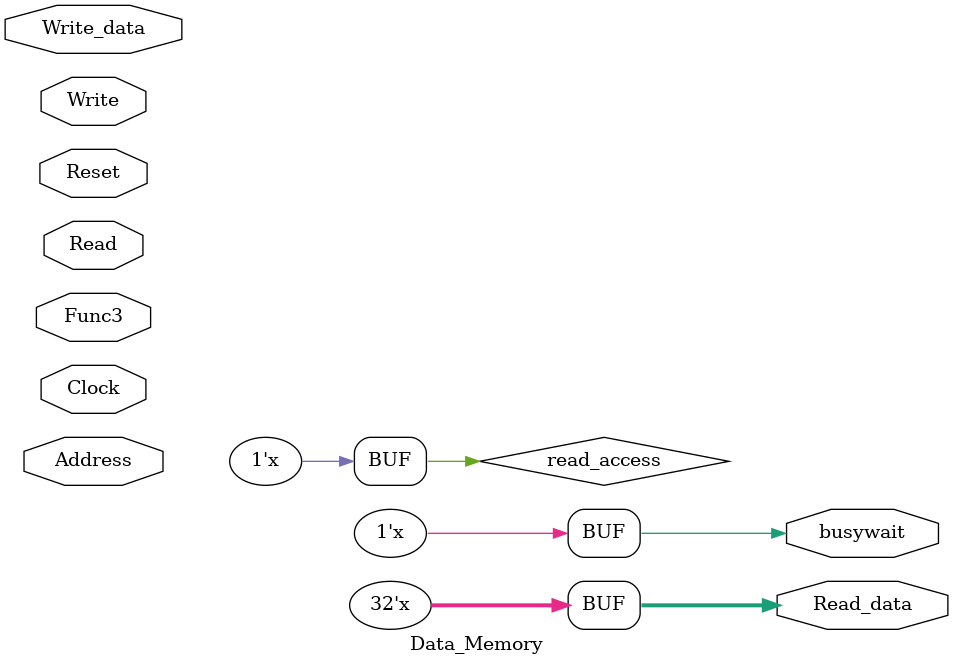
<source format=v>
/**********************************************************
    Data Memory Module
    stores data in memory
    reads data from memory

************************************************************/



`timescale 1ns/100ps
// Data Memory Module
module Data_Memory (
    input               Read,         // Memory read signal
    input               Write,        // Memory write signal
    input               Clock,        // Clock signal
    input               Reset,        // Reset signal
    input [31:0]        Address,      // Address input (word address)
    input [31:0]        Write_data,   // Data to write
    input [2:0]         Func3,        // Function field for data type (byte, halfword, word)
    output reg [31:0]   Read_data,    // Data read output
    output reg          busywait      // Busywait signal
);

    // Memory array: 1024 words (32 bits each)
    reg [31:0] memory [0:1023];

    // Internal signals for detecting read/write access
    reg read_access, write_access;

    // Detect memory access
    always @(Read, Write) begin
        busywait = (Read || Write) ? 1 : 0;
        read_access = (Read && !Write) ? 1 : 0;
        write_access = (!Read && Write) ? 1 : 0;
    end

    // Memory read operation
    always @(*) begin
        if (read_access) begin
            case (Func3)
                3'b000: // LB (Load Byte - Signed)
                    Read_data = {{24{memory[Address[31:2]][(Address[1:0] * 8) + 7]}}, memory[Address[31:2]][Address[1:0] * 8 +: 8]};
                3'b001: // LH (Load Halfword - Signed)
                    Read_data = {{16{memory[Address[31:2]][(Address[1] * 16) + 15]}}, memory[Address[31:2]][Address[1] * 16 +: 16]};
                3'b010: // LW (Load Word)
                    Read_data = memory[Address[31:2]];
                3'b100: // LBU (Load Byte - Unsigned)
                    Read_data = {24'b0, memory[Address[31:2]][Address[1:0] * 8 +: 8]};
                3'b101: // LHU (Load Halfword - Unsigned)
                    Read_data = {16'b0, memory[Address[31:2]][Address[1] * 16 +: 16]};
                default: // Default case for unsupported Func3
                    Read_data = 32'b0;
            endcase
            busywait = 0;
            read_access = 0;
        end
    end

    // Memory write operation
    always @(posedge Clock) begin
        if (write_access) begin
            case (Func3)
                3'b000: // SB (Store Byte)
                    memory[Address[31:2]][Address[1:0] * 8 +: 8] = Write_data[7:0];
                3'b001: // SH (Store Halfword)
                    memory[Address[31:2]][Address[1] * 16 +: 16] = Write_data[15:0];
                3'b010: // SW (Store Word)
                    memory[Address[31:2]] = Write_data;
            endcase
            busywait = 0;
            write_access = 0;
        end
    end

    // Reset memory
    integer i;
    always @(posedge Reset) begin
        if (Reset) begin
            for (i = 0; i < 1024; i = i + 1)
                memory[i] = 0;
            busywait = 0;
            read_access = 0;
            write_access = 0;
        end
    end

    // Optionally, print memory values when a write or read occurs (for debugging)
    always @(posedge Clock) begin
        if (write_access) begin
            $display("Writing data %h to Address %h", Write_data, Address);
            $display("Memory at Address %h: %h", Address, memory[Address[31:2]]);
        end
        if (read_access) begin
            $display("Reading data from Address %h: %h", Address, Read_data);
        end
    end
endmodule

</source>
